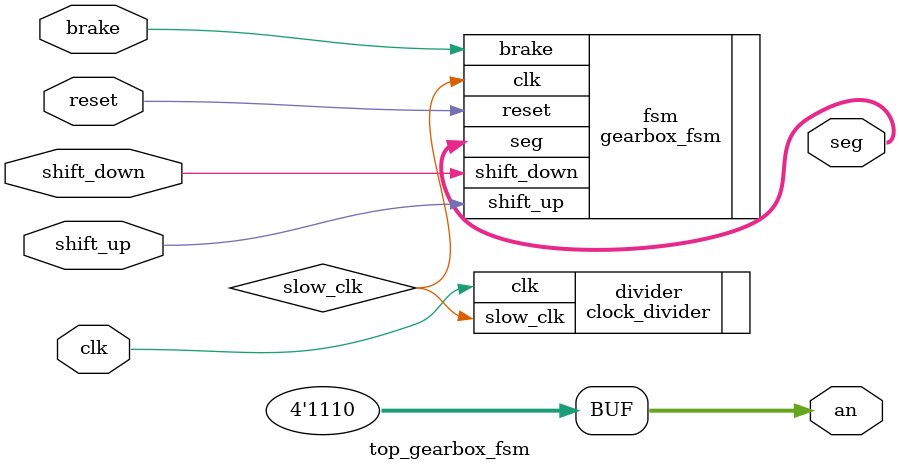
<source format=v>

module top_gearbox_fsm(
    input clk,
    input reset,
    input shift_up,
    input shift_down,
    input brake,
    output [6:0] seg,
    output reg [3:0] an
);
    wire slow_clk;

    clock_divider #(25_000_000) divider (
        .clk(clk),
        .slow_clk(slow_clk)
    );

    gearbox_fsm fsm (
        .clk(slow_clk),
        .reset(reset),
        .shift_up(shift_up),
        .shift_down(shift_down),
        .brake(brake),
        .seg(seg)
    );

    // Solo un display encendido
    always @(*) begin
        an = 4'b1110;
    end
endmodule

</source>
